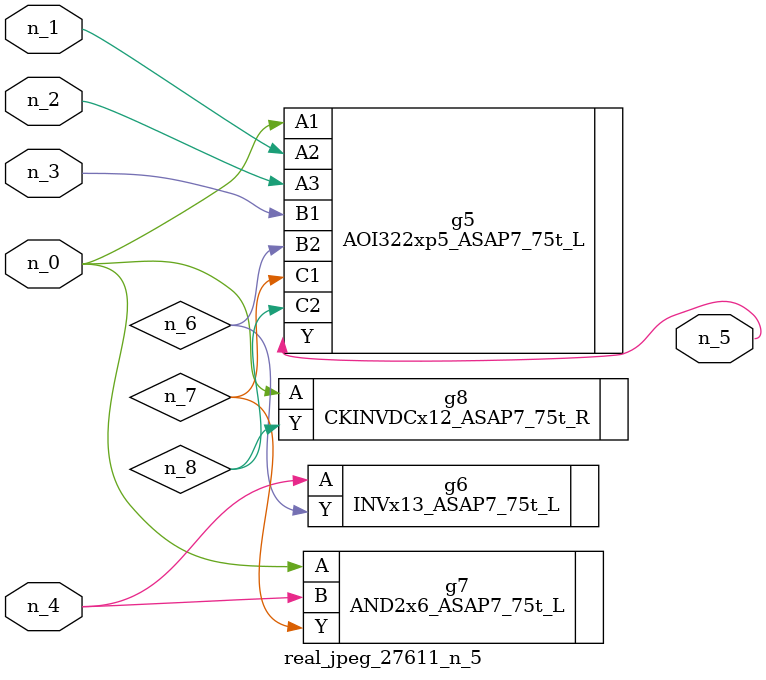
<source format=v>
module real_jpeg_27611_n_5 (n_4, n_0, n_1, n_2, n_3, n_5);

input n_4;
input n_0;
input n_1;
input n_2;
input n_3;

output n_5;

wire n_8;
wire n_6;
wire n_7;

AOI322xp5_ASAP7_75t_L g5 ( 
.A1(n_0),
.A2(n_1),
.A3(n_2),
.B1(n_3),
.B2(n_6),
.C1(n_7),
.C2(n_8),
.Y(n_5)
);

AND2x6_ASAP7_75t_L g7 ( 
.A(n_0),
.B(n_4),
.Y(n_7)
);

CKINVDCx12_ASAP7_75t_R g8 ( 
.A(n_0),
.Y(n_8)
);

INVx13_ASAP7_75t_L g6 ( 
.A(n_4),
.Y(n_6)
);


endmodule
</source>
